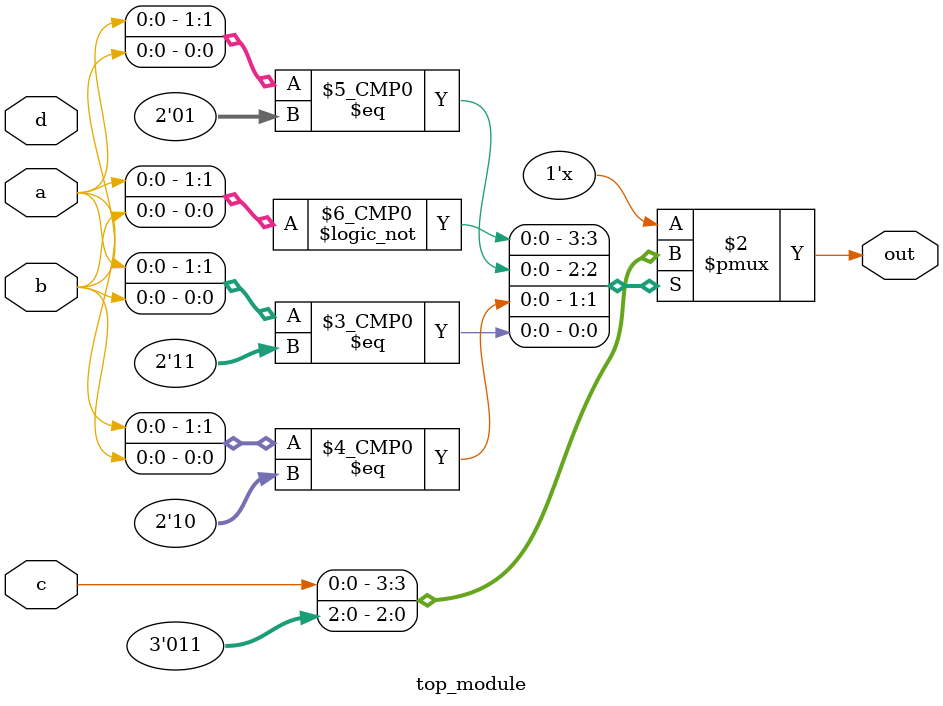
<source format=sv>
module top_module (
    input a,
    input b, 
    input c,
    input d,
    output reg out
);

always @(*) begin
    case ({a, b})
        2'b00: out = c;
        2'b01: out = 1'b0;
        2'b10: out = 1'b1;
        2'b11: out = 1'b1;
    endcase
end

endmodule

</source>
